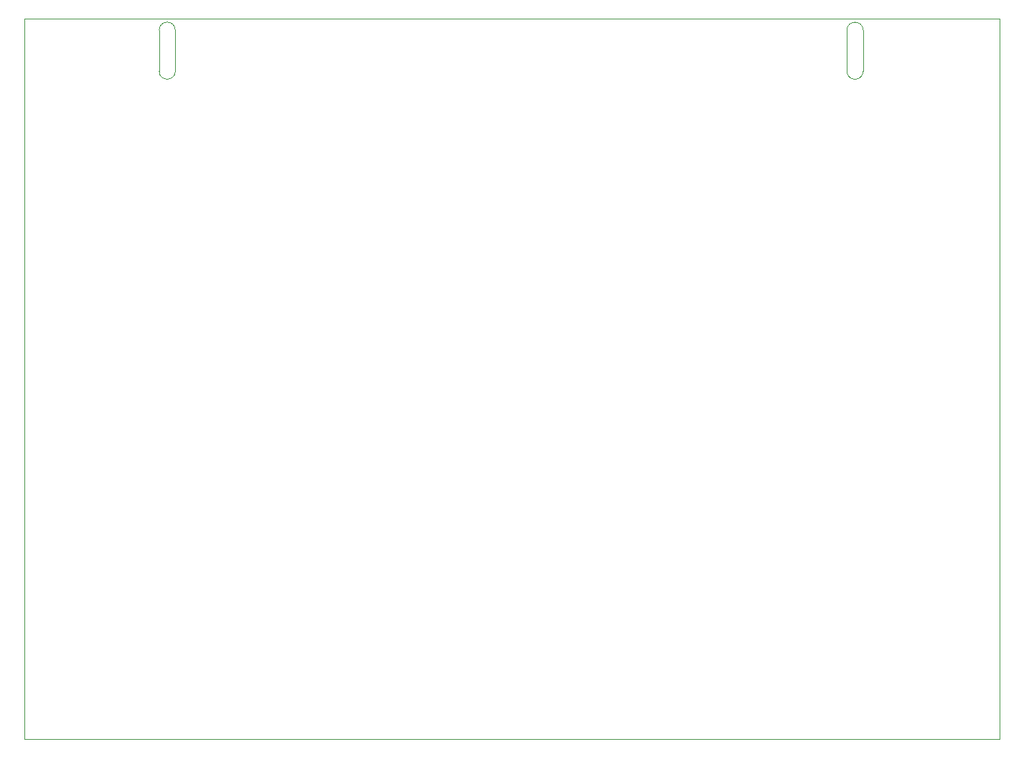
<source format=gm1>
G04 #@! TF.GenerationSoftware,KiCad,Pcbnew,(5.1.6)-1*
G04 #@! TF.CreationDate,2023-01-22T16:10:02+01:00*
G04 #@! TF.ProjectId,switches-with-lcd-display,73776974-6368-4657-932d-776974682d6c,rev?*
G04 #@! TF.SameCoordinates,Original*
G04 #@! TF.FileFunction,Profile,NP*
%FSLAX46Y46*%
G04 Gerber Fmt 4.6, Leading zero omitted, Abs format (unit mm)*
G04 Created by KiCad (PCBNEW (5.1.6)-1) date 2023-01-22 16:10:02*
%MOMM*%
%LPD*%
G01*
G04 APERTURE LIST*
G04 #@! TA.AperFunction,Profile*
%ADD10C,0.050000*%
G04 #@! TD*
G04 APERTURE END LIST*
D10*
X43180000Y-82423000D02*
G75*
G02*
X41275000Y-82423000I-952500J0D01*
G01*
X122428000Y-77597000D02*
G75*
G02*
X124333000Y-77597000I952500J0D01*
G01*
X124333000Y-82423000D02*
X124333000Y-77597000D01*
X122428000Y-77597000D02*
X122428000Y-82423000D01*
X124333000Y-82423000D02*
G75*
G02*
X122428000Y-82423000I-952500J0D01*
G01*
X41275000Y-77597000D02*
G75*
G02*
X43180000Y-77597000I952500J0D01*
G01*
X43180000Y-82423000D02*
X43180000Y-77597000D01*
X41275000Y-77597000D02*
X41275000Y-82423000D01*
X25400000Y-76200000D02*
X140400000Y-76200000D01*
X140400000Y-161200000D02*
X140400000Y-76200000D01*
X25400000Y-161200000D02*
X140400000Y-161200000D01*
X25400000Y-76200000D02*
X25400000Y-161200000D01*
M02*

</source>
